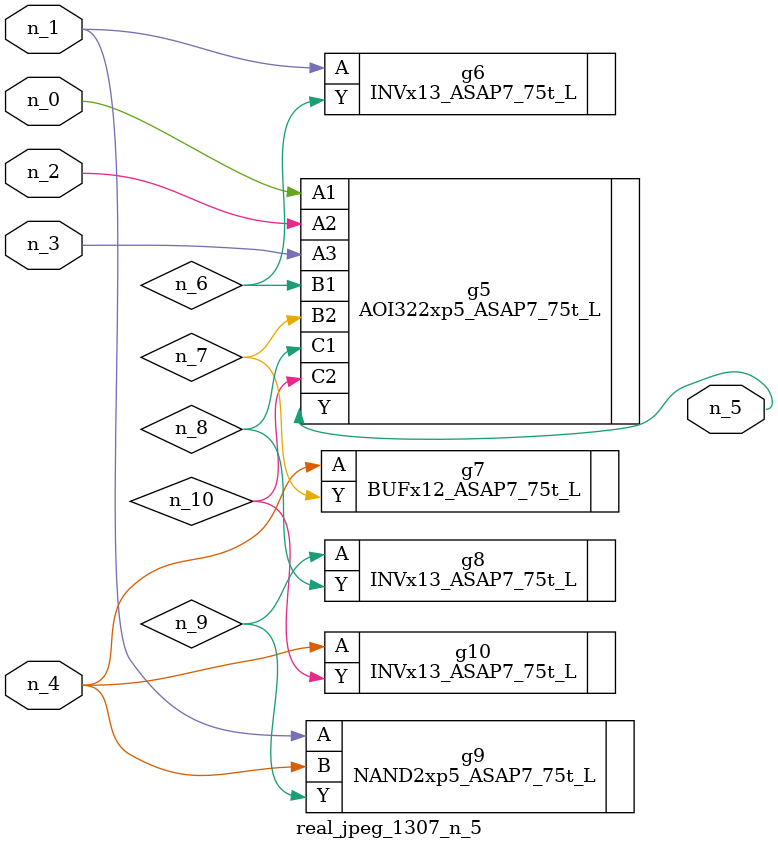
<source format=v>
module real_jpeg_1307_n_5 (n_4, n_0, n_1, n_2, n_3, n_5);

input n_4;
input n_0;
input n_1;
input n_2;
input n_3;

output n_5;

wire n_8;
wire n_6;
wire n_7;
wire n_10;
wire n_9;

AOI322xp5_ASAP7_75t_L g5 ( 
.A1(n_0),
.A2(n_2),
.A3(n_3),
.B1(n_6),
.B2(n_7),
.C1(n_8),
.C2(n_10),
.Y(n_5)
);

INVx13_ASAP7_75t_L g6 ( 
.A(n_1),
.Y(n_6)
);

NAND2xp5_ASAP7_75t_L g9 ( 
.A(n_1),
.B(n_4),
.Y(n_9)
);

BUFx12_ASAP7_75t_L g7 ( 
.A(n_4),
.Y(n_7)
);

INVx13_ASAP7_75t_L g10 ( 
.A(n_4),
.Y(n_10)
);

INVx13_ASAP7_75t_L g8 ( 
.A(n_9),
.Y(n_8)
);


endmodule
</source>
